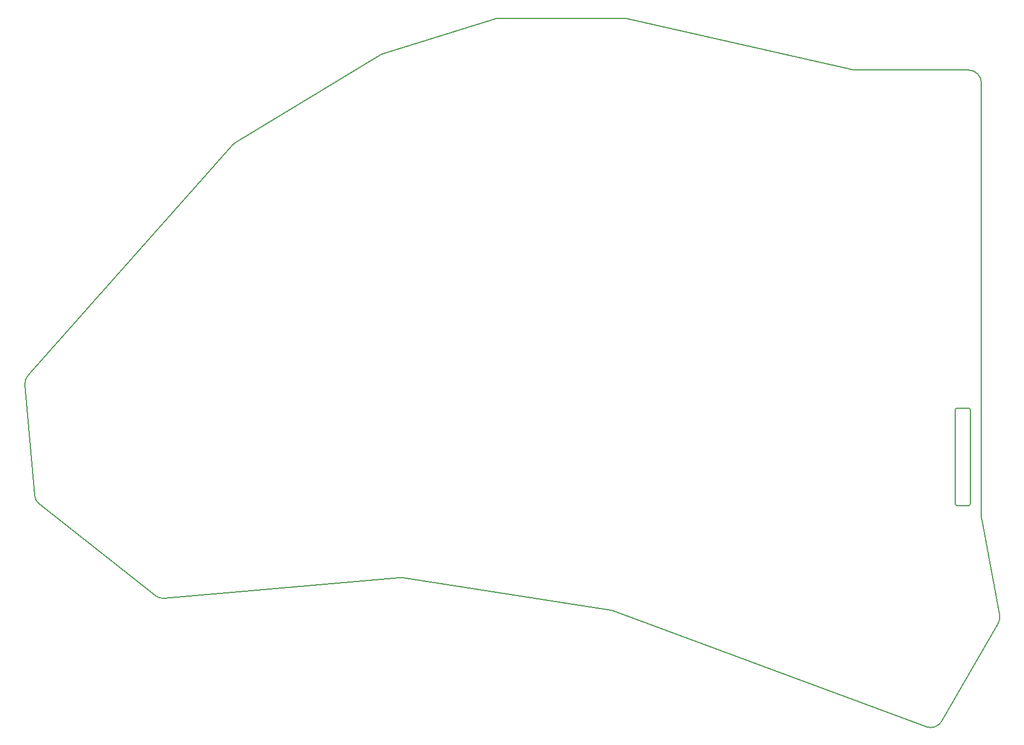
<source format=gm1>
%TF.GenerationSoftware,KiCad,Pcbnew,7.0.6-7.0.6~ubuntu20.04.1*%
%TF.CreationDate,2023-08-05T11:34:34+02:00*%
%TF.ProjectId,keyboard,6b657962-6f61-4726-942e-6b696361645f,v1.0.0*%
%TF.SameCoordinates,Original*%
%TF.FileFunction,Profile,NP*%
%FSLAX46Y46*%
G04 Gerber Fmt 4.6, Leading zero omitted, Abs format (unit mm)*
G04 Created by KiCad (PCBNEW 7.0.6-7.0.6~ubuntu20.04.1) date 2023-08-05 11:34:34*
%MOMM*%
%LPD*%
G01*
G04 APERTURE LIST*
%TA.AperFunction,Profile*%
%ADD10C,0.150000*%
%TD*%
G04 APERTURE END LIST*
D10*
X68494838Y-126516486D02*
X50381121Y-112178548D01*
X200264777Y-130933179D02*
X191477805Y-146152680D01*
X189050902Y-147028090D02*
X140110393Y-128895317D01*
X197705344Y-114506266D02*
X200499185Y-129568430D01*
X197671802Y-46325441D02*
X197671810Y-114141523D01*
X189050878Y-147028155D02*
G75*
G03*
X191477802Y-146152665I694822J1875455D01*
G01*
X48621982Y-92071493D02*
X80747721Y-55933883D01*
X142138859Y-36264320D02*
G75*
G03*
X141699308Y-36215436I-439559J-1951780D01*
G01*
X49629974Y-110784686D02*
G75*
G03*
X50381122Y-112178547I1992426J174386D01*
G01*
X197671820Y-114141523D02*
G75*
G03*
X197705344Y-114506268I1999080J-177D01*
G01*
X81208086Y-55550949D02*
X103714159Y-41950909D01*
X197671858Y-46325441D02*
G75*
G03*
X195671803Y-44325442I-2000058J-59D01*
G01*
X68494826Y-126516501D02*
G75*
G03*
X69910447Y-126940690I1241274J1568201D01*
G01*
X81208083Y-55550943D02*
G75*
G03*
X80747722Y-55933884I1034517J-1711857D01*
G01*
X107213651Y-123735429D02*
G75*
G03*
X106731811Y-123719248I-307551J-1975971D01*
G01*
X142138858Y-36264326D02*
X177704751Y-44276537D01*
X140110391Y-128895323D02*
G75*
G03*
X139723070Y-128794506I-694691J-1874477D01*
G01*
X49630015Y-110784682D02*
X48124334Y-93574610D01*
X200264787Y-130933185D02*
G75*
G03*
X200499190Y-129568427I-1731987J999985D01*
G01*
X139723070Y-128794506D02*
X107213651Y-123735426D01*
X122226249Y-36215432D02*
X141699308Y-36215436D01*
X122226249Y-36215433D02*
G75*
G03*
X121631147Y-36306024I51J-2000267D01*
G01*
X104153425Y-41753245D02*
X121631147Y-36306024D01*
X104153429Y-41753256D02*
G75*
G03*
X103714151Y-41950910I594871J-1909044D01*
G01*
X106731811Y-123719247D02*
X69910438Y-126940703D01*
X178144292Y-44325435D02*
X195671803Y-44325442D01*
X48621983Y-92071494D02*
G75*
G03*
X48124335Y-93574610I1494717J-1328806D01*
G01*
X177704752Y-44276534D02*
G75*
G03*
X178144298Y-44325432I439548J1951134D01*
G01*
%TO.C,REF\u002A\u002A*%
X193571807Y-97525434D02*
X193571807Y-112125434D01*
X193871807Y-112425434D02*
X195671807Y-112425434D01*
X195671807Y-97225434D02*
X193871807Y-97225434D01*
X195971807Y-112125434D02*
X195971807Y-97525434D01*
X193871807Y-97225434D02*
G75*
G03*
X193571807Y-97525434I0J-300000D01*
G01*
X193571807Y-112125434D02*
G75*
G03*
X193871807Y-112425434I300000J0D01*
G01*
X195971807Y-97525434D02*
G75*
G03*
X195671807Y-97225434I-300000J0D01*
G01*
X195671807Y-112425434D02*
G75*
G03*
X195971807Y-112125434I0J300000D01*
G01*
%TD*%
M02*

</source>
